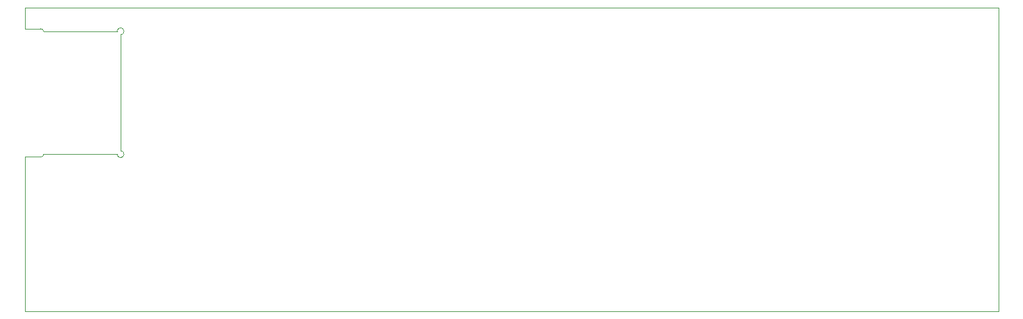
<source format=gbr>
G04 #@! TF.GenerationSoftware,KiCad,Pcbnew,6.0.11+dfsg-1~bpo11+1*
G04 #@! TF.CreationDate,2023-05-25T13:31:40+02:00*
G04 #@! TF.ProjectId,scalenode-cm4-baseboard,7363616c-656e-46f6-9465-2d636d342d62,1.1.1*
G04 #@! TF.SameCoordinates,Original*
G04 #@! TF.FileFunction,Profile,NP*
%FSLAX46Y46*%
G04 Gerber Fmt 4.6, Leading zero omitted, Abs format (unit mm)*
G04 Created by KiCad (PCBNEW 6.0.11+dfsg-1~bpo11+1) date 2023-05-25 13:31:40*
%MOMM*%
%LPD*%
G01*
G04 APERTURE LIST*
G04 #@! TA.AperFunction,Profile*
%ADD10C,0.100000*%
G04 #@! TD*
G04 APERTURE END LIST*
D10*
X75100000Y-96700000D02*
X203580000Y-96700000D01*
X75100000Y-56700000D02*
X203580000Y-56700000D01*
X75100000Y-59456000D02*
X77216000Y-59456000D01*
X77566000Y-59806000D02*
G75*
G03*
X77216000Y-59456000I-350000J0D01*
G01*
X77566000Y-59806000D02*
X87291000Y-59806000D01*
X87741000Y-60256000D02*
G75*
G03*
X87291000Y-59806000I0J450000D01*
G01*
X87741000Y-60256000D02*
X87741000Y-75556000D01*
X87291000Y-76006000D02*
G75*
G03*
X87741000Y-75556000I450000J0D01*
G01*
X87291000Y-76006000D02*
X77591000Y-76006000D01*
X77287441Y-76355955D02*
G75*
G03*
X77591000Y-76006000I-49941J349955D01*
G01*
X77287447Y-76356000D02*
X75100000Y-76356000D01*
X75100000Y-59456000D02*
X75100000Y-56700000D01*
X75100000Y-96700000D02*
X75100000Y-76356000D01*
X203580000Y-56700000D02*
X203580000Y-96700000D01*
M02*

</source>
